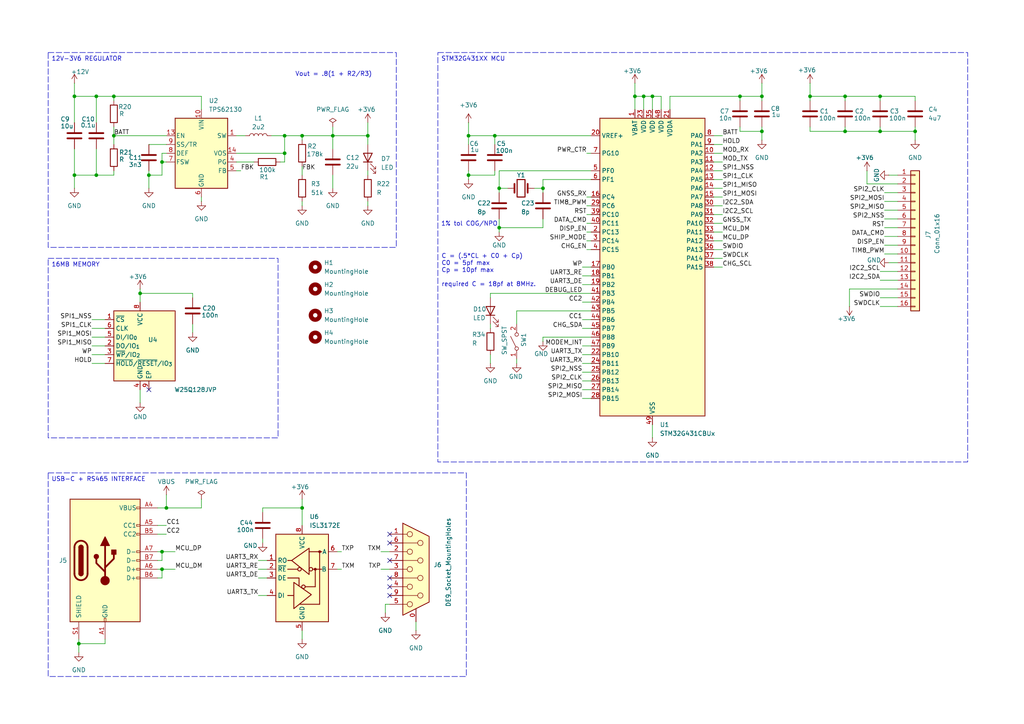
<source format=kicad_sch>
(kicad_sch (version 20250114) (generator "eeschema") (generator_version "9.0")
  (paper "A4")
  (title_block (title "SOIL MEASURE") (date "25/07/2025") (rev "1.0.0") (company "ECOFY") (comment 1 "Design: Abdulrahman S Jafari"))
  (text "C = (.5*CL + C0 + Cp)\nC0 = 5pf max\nCp = 10pf max\n\nrequired C = 18pf at 8MHz." (at 128.016 78.486 0) (effects (font (size 1.27 1.27)) (justify left)))
  (text "Vout = .8(1 + R2/R3)" (at 96.774 21.59 0) (effects (font (size 1.27 1.27))))
  (text "1% tol COG/NPO" (at 136.144 65.024 0) (effects (font (size 1.27 1.27))))
  (text_box "12V-3V6 REGULATOR" (at 13.97 15.24 0) (size 100.965 56.515) (margins 0.9525 0.9525 0.9525 0.9525) (stroke (width 0) (type dash)) (effects (font (size 1.27 1.27)) (justify left top)))
  (text_box "16MB MEMORY" (at 13.97 74.93 0) (size 66.675 52.07) (margins 0.9525 0.9525 0.9525 0.9525) (stroke (width 0) (type dash)) (effects (font (size 1.27 1.27)) (justify left top)))
  (text_box "USB-C + RS465 INTERFACE" (at 13.97 137.16 0) (size 121.285 59.055) (margins 0.9525 0.9525 0.9525 0.9525) (stroke (width 0) (type dash)) (effects (font (size 1.27 1.27)) (justify left top)))
  (text_box "STM32G431XX MCU" (at 127 15.24 0) (size 153.67 118.745) (margins 0.9525 0.9525 0.9525 0.9525) (stroke (width 0) (type dash)) (effects (font (size 1.27 1.27)) (justify left top)))
  (junction (at 245.11 38.1))
  (junction (at 186.69 27.94))
  (junction (at 184.15 27.94))
  (junction (at 27.94 50.8))
  (junction (at 143.51 39.37))
  (junction (at 48.26 147.32))
  (junction (at 214.63 27.94))
  (junction (at 46.99 46.99))
  (junction (at 255.27 27.94))
  (junction (at 46.99 165.1))
  (junction (at 189.23 27.94))
  (junction (at 265.43 38.1))
  (junction (at 135.89 50.8))
  (junction (at 255.27 38.1))
  (junction (at 106.68 39.37))
  (junction (at 144.78 66.04))
  (junction (at 33.02 39.37))
  (junction (at 220.98 38.1))
  (junction (at 82.55 39.37))
  (junction (at 22.86 186.69))
  (junction (at 40.64 85.09))
  (junction (at 21.59 27.94))
  (junction (at 245.11 27.94))
  (junction (at 82.55 44.45))
  (junction (at 144.78 54.61))
  (junction (at 27.94 27.94))
  (junction (at 46.99 160.02))
  (junction (at 21.59 50.8))
  (junction (at 135.89 39.37))
  (junction (at 87.63 39.37))
  (junction (at 87.63 147.32))
  (junction (at 157.48 54.61))
  (junction (at 43.18 50.8))
  (junction (at 220.98 27.94))
  (junction (at 234.95 27.94))
  (junction (at 96.52 39.37))
  (junction (at 33.02 27.94))
  (no_connect (at 113.03 162.56))
  (no_connect (at 113.03 167.64))
  (no_connect (at 113.03 157.48))
  (no_connect (at 113.03 170.18))
  (no_connect (at 113.03 154.94))
  (no_connect (at 113.03 172.72))
  (no_connect (at 43.18 113.03))
  (wire (pts (xy 87.63 147.32) (xy 87.63 152.4)))
  (wire (pts (xy 26.67 102.87) (xy 30.48 102.87)))
  (wire (pts (xy 184.15 27.94) (xy 186.69 27.94)))
  (wire (pts (xy 74.93 165.1) (xy 77.47 165.1)))
  (wire (pts (xy 58.42 147.32) (xy 48.26 147.32)))
  (wire (pts (xy 43.18 41.91) (xy 48.26 41.91)))
  (wire (pts (xy 265.43 29.21) (xy 265.43 27.94)))
  (wire (pts (xy 21.59 50.8) (xy 21.59 54.61)))
  (wire (pts (xy 45.72 154.94) (xy 48.26 154.94)))
  (wire (pts (xy 214.63 38.1) (xy 214.63 36.83)))
  (wire (pts (xy 168.91 95.25) (xy 171.45 95.25)))
  (wire (pts (xy 265.43 40.64) (xy 265.43 38.1)))
  (wire (pts (xy 76.2 148.59) (xy 76.2 147.32)))
  (wire (pts (xy 111.76 175.26) (xy 111.76 177.8)))
  (wire (pts (xy 142.24 93.98) (xy 142.24 95.25)))
  (wire (pts (xy 82.55 39.37) (xy 82.55 44.45)))
  (wire (pts (xy 220.98 38.1) (xy 214.63 38.1)))
  (wire (pts (xy 46.99 167.64) (xy 46.99 165.1)))
  (wire (pts (xy 234.95 27.94) (xy 245.11 27.94)))
  (wire (pts (xy 144.78 49.53) (xy 171.45 49.53)))
  (wire (pts (xy 251.46 53.34) (xy 260.35 53.34)))
  (wire (pts (xy 97.79 165.1) (xy 99.06 165.1)))
  (wire (pts (xy 113.03 175.26) (xy 111.76 175.26)))
  (wire (pts (xy 149.86 104.14) (xy 149.86 105.41)))
  (wire (pts (xy 256.54 58.42) (xy 260.35 58.42)))
  (wire (pts (xy 157.48 54.61) (xy 157.48 55.88)))
  (wire (pts (xy 257.81 50.8) (xy 260.35 50.8)))
  (wire (pts (xy 33.02 39.37) (xy 33.02 41.91)))
  (wire (pts (xy 209.55 44.45) (xy 207.01 44.45)))
  (wire (pts (xy 97.79 228.6) (xy 100.33 228.6)))
  (wire (pts (xy 21.59 50.8) (xy 27.94 50.8)))
  (wire (pts (xy 74.93 167.64) (xy 77.47 167.64)))
  (wire (pts (xy 168.91 110.49) (xy 171.45 110.49)))
  (wire (pts (xy 48.26 46.99) (xy 46.99 46.99)))
  (wire (pts (xy 157.48 63.5) (xy 157.48 66.04)))
  (wire (pts (xy 46.99 50.8) (xy 43.18 50.8)))
  (wire (pts (xy 87.63 39.37) (xy 87.63 40.64)))
  (wire (pts (xy 234.95 38.1) (xy 245.11 38.1)))
  (wire (pts (xy 207.01 59.69) (xy 209.55 59.69)))
  (wire (pts (xy 26.67 100.33) (xy 30.48 100.33)))
  (wire (pts (xy 40.64 85.09) (xy 40.64 87.63)))
  (wire (pts (xy 58.42 57.15) (xy 58.42 58.42)))
  (wire (pts (xy 97.79 223.52) (xy 100.33 223.52)))
  (wire (pts (xy 170.18 64.77) (xy 171.45 64.77)))
  (wire (pts (xy 214.63 27.94) (xy 220.98 27.94)))
  (wire (pts (xy 21.59 27.94) (xy 27.94 27.94)))
  (wire (pts (xy 45.72 162.56) (xy 46.99 162.56)))
  (wire (pts (xy 142.24 85.09) (xy 142.24 86.36)))
  (wire (pts (xy 170.18 67.31) (xy 171.45 67.31)))
  (wire (pts (xy 255.27 38.1) (xy 265.43 38.1)))
  (wire (pts (xy 46.99 160.02) (xy 46.99 162.56)))
  (wire (pts (xy 189.23 31.75) (xy 189.23 27.94)))
  (wire (pts (xy 40.64 229.87) (xy 41.91 229.87)))
  (wire (pts (xy 157.48 97.79) (xy 171.45 97.79)))
  (wire (pts (xy 245.11 27.94) (xy 245.11 29.21)))
  (wire (pts (xy 40.64 83.82) (xy 40.64 85.09)))
  (wire (pts (xy 207.01 67.31) (xy 209.55 67.31)))
  (wire (pts (xy 157.48 52.07) (xy 157.48 54.61)))
  (wire (pts (xy 189.23 27.94) (xy 191.77 27.94)))
  (wire (pts (xy 168.91 113.03) (xy 171.45 113.03)))
  (wire (pts (xy 171.45 39.37) (xy 143.51 39.37)))
  (wire (pts (xy 245.11 36.83) (xy 245.11 38.1)))
  (wire (pts (xy 171.45 85.09) (xy 142.24 85.09)))
  (wire (pts (xy 220.98 27.94) (xy 220.98 29.21)))
  (wire (pts (xy 45.72 167.64) (xy 46.99 167.64)))
  (wire (pts (xy 171.45 90.17) (xy 149.86 90.17)))
  (wire (pts (xy 97.79 232.41) (xy 100.33 232.41)))
  (wire (pts (xy 43.18 50.8) (xy 43.18 54.61)))
  (wire (pts (xy 30.48 185.42) (xy 30.48 186.69)))
  (wire (pts (xy 43.18 49.53) (xy 43.18 50.8)))
  (wire (pts (xy 40.64 113.03) (xy 40.64 116.84)))
  (wire (pts (xy 168.91 92.71) (xy 171.45 92.71)))
  (wire (pts (xy 209.55 46.99) (xy 207.01 46.99)))
  (wire (pts (xy 157.48 66.04) (xy 144.78 66.04)))
  (wire (pts (xy 168.91 107.95) (xy 171.45 107.95)))
  (wire (pts (xy 74.93 162.56) (xy 77.47 162.56)))
  (wire (pts (xy 234.95 36.83) (xy 234.95 38.1)))
  (wire (pts (xy 186.69 27.94) (xy 186.69 31.75)))
  (wire (pts (xy 33.02 27.94) (xy 33.02 29.21)))
  (wire (pts (xy 246.38 83.82) (xy 260.35 83.82)))
  (wire (pts (xy 207.01 74.93) (xy 209.55 74.93)))
  (wire (pts (xy 82.55 46.99) (xy 82.55 44.45)))
  (wire (pts (xy 69.85 49.53) (xy 68.58 49.53)))
  (wire (pts (xy 170.18 44.45) (xy 171.45 44.45)))
  (wire (pts (xy 26.67 105.41) (xy 30.48 105.41)))
  (wire (pts (xy 168.91 100.33) (xy 171.45 100.33)))
  (wire (pts (xy 135.89 49.53) (xy 135.89 50.8)))
  (wire (pts (xy 209.55 49.53) (xy 207.01 49.53)))
  (wire (pts (xy 55.88 93.98) (xy 55.88 96.52)))
  (wire (pts (xy 255.27 29.21) (xy 255.27 27.94)))
  (wire (pts (xy 256.54 73.66) (xy 260.35 73.66)))
  (wire (pts (xy 255.27 78.74) (xy 260.35 78.74)))
  (wire (pts (xy 46.99 44.45) (xy 46.99 46.99)))
  (wire (pts (xy 135.89 50.8) (xy 143.51 50.8)))
  (wire (pts (xy 33.02 27.94) (xy 58.42 27.94)))
  (wire (pts (xy 170.18 62.23) (xy 171.45 62.23)))
  (wire (pts (xy 135.89 35.56) (xy 135.89 39.37)))
  (wire (pts (xy 33.02 49.53) (xy 33.02 50.8)))
  (wire (pts (xy 154.94 54.61) (xy 157.48 54.61)))
  (wire (pts (xy 207.01 77.47) (xy 209.55 77.47)))
  (wire (pts (xy 207.01 72.39) (xy 209.55 72.39)))
  (wire (pts (xy 256.54 71.12) (xy 260.35 71.12)))
  (wire (pts (xy 78.74 39.37) (xy 82.55 39.37)))
  (wire (pts (xy 96.52 50.8) (xy 96.52 54.61)))
  (wire (pts (xy 209.55 64.77) (xy 207.01 64.77)))
  (wire (pts (xy 48.26 44.45) (xy 46.99 44.45)))
  (wire (pts (xy 142.24 102.87) (xy 142.24 105.41)))
  (wire (pts (xy 168.91 87.63) (xy 171.45 87.63)))
  (wire (pts (xy 191.77 27.94) (xy 191.77 31.75)))
  (wire (pts (xy 120.65 180.34) (xy 120.65 182.88)))
  (wire (pts (xy 209.55 39.37) (xy 207.01 39.37)))
  (wire (pts (xy 87.63 182.88) (xy 87.63 185.42)))
  (wire (pts (xy 168.91 102.87) (xy 171.45 102.87)))
  (wire (pts (xy 144.78 54.61) (xy 144.78 55.88)))
  (wire (pts (xy 209.55 52.07) (xy 207.01 52.07)))
  (wire (pts (xy 255.27 88.9) (xy 260.35 88.9)))
  (wire (pts (xy 76.2 147.32) (xy 87.63 147.32)))
  (wire (pts (xy 157.48 99.06) (xy 157.48 97.79)))
  (wire (pts (xy 135.89 50.8) (xy 135.89 52.07)))
  (wire (pts (xy 189.23 27.94) (xy 186.69 27.94)))
  (wire (pts (xy 170.18 69.85) (xy 171.45 69.85)))
  (wire (pts (xy 45.72 152.4) (xy 48.26 152.4)))
  (wire (pts (xy 157.48 52.07) (xy 171.45 52.07)))
  (wire (pts (xy 144.78 49.53) (xy 144.78 54.61)))
  (wire (pts (xy 96.52 39.37) (xy 106.68 39.37)))
  (wire (pts (xy 40.64 222.25) (xy 41.91 222.25)))
  (wire (pts (xy 256.54 66.04) (xy 260.35 66.04)))
  (wire (pts (xy 106.68 49.53) (xy 106.68 50.8)))
  (wire (pts (xy 149.86 90.17) (xy 149.86 93.98)))
  (wire (pts (xy 194.31 31.75) (xy 194.31 27.94)))
  (wire (pts (xy 207.01 41.91) (xy 209.55 41.91)))
  (wire (pts (xy 168.91 82.55) (xy 171.45 82.55)))
  (wire (pts (xy 40.64 233.68) (xy 41.91 233.68)))
  (wire (pts (xy 46.99 165.1) (xy 50.8 165.1)))
  (wire (pts (xy 26.67 92.71) (xy 30.48 92.71)))
  (wire (pts (xy 27.94 27.94) (xy 27.94 35.56)))
  (wire (pts (xy 245.11 27.94) (xy 255.27 27.94)))
  (wire (pts (xy 40.64 237.49) (xy 41.91 237.49)))
  (wire (pts (xy 96.52 39.37) (xy 96.52 43.18)))
  (wire (pts (xy 97.79 160.02) (xy 99.06 160.02)))
  (wire (pts (xy 168.91 77.47) (xy 171.45 77.47)))
  (wire (pts (xy 68.58 39.37) (xy 71.12 39.37)))
  (wire (pts (xy 220.98 38.1) (xy 220.98 40.64)))
  (wire (pts (xy 58.42 27.94) (xy 58.42 31.75)))
  (wire (pts (xy 106.68 39.37) (xy 106.68 41.91)))
  (wire (pts (xy 207.01 69.85) (xy 209.55 69.85)))
  (wire (pts (xy 168.91 80.01) (xy 171.45 80.01)))
  (wire (pts (xy 74.93 172.72) (xy 77.47 172.72)))
  (wire (pts (xy 76.2 157.48) (xy 76.2 156.21)))
  (wire (pts (xy 234.95 24.13) (xy 234.95 27.94)))
  (wire (pts (xy 143.51 50.8) (xy 143.51 49.53)))
  (wire (pts (xy 87.63 144.78) (xy 87.63 147.32)))
  (wire (pts (xy 45.72 147.32) (xy 48.26 147.32)))
  (wire (pts (xy 209.55 54.61) (xy 207.01 54.61)))
  (wire (pts (xy 257.81 76.2) (xy 260.35 76.2)))
  (wire (pts (xy 220.98 24.13) (xy 220.98 27.94)))
  (wire (pts (xy 144.78 54.61) (xy 147.32 54.61)))
  (wire (pts (xy 27.94 50.8) (xy 33.02 50.8)))
  (wire (pts (xy 26.67 95.25) (xy 30.48 95.25)))
  (wire (pts (xy 256.54 55.88) (xy 260.35 55.88)))
  (wire (pts (xy 184.15 24.13) (xy 184.15 27.94)))
  (wire (pts (xy 40.64 218.44) (xy 41.91 218.44)))
  (wire (pts (xy 55.88 85.09) (xy 40.64 85.09)))
  (wire (pts (xy 45.72 165.1) (xy 46.99 165.1)))
  (wire (pts (xy 135.89 39.37) (xy 135.89 41.91)))
  (wire (pts (xy 40.64 226.06) (xy 41.91 226.06)))
  (wire (pts (xy 68.58 46.99) (xy 73.66 46.99)))
  (wire (pts (xy 82.55 44.45) (xy 68.58 44.45)))
  (wire (pts (xy 110.49 160.02) (xy 113.03 160.02)))
  (wire (pts (xy 255.27 36.83) (xy 255.27 38.1)))
  (wire (pts (xy 55.88 86.36) (xy 55.88 85.09)))
  (wire (pts (xy 168.91 115.57) (xy 171.45 115.57)))
  (wire (pts (xy 21.59 43.18) (xy 21.59 50.8)))
  (wire (pts (xy 255.27 81.28) (xy 260.35 81.28)))
  (wire (pts (xy 21.59 27.94) (xy 21.59 35.56)))
  (wire (pts (xy 45.72 160.02) (xy 46.99 160.02)))
  (wire (pts (xy 97.79 218.44) (xy 100.33 218.44)))
  (wire (pts (xy 26.67 97.79) (xy 30.48 97.79)))
  (wire (pts (xy 21.59 24.13) (xy 21.59 27.94)))
  (wire (pts (xy 144.78 63.5) (xy 144.78 66.04)))
  (wire (pts (xy 256.54 63.5) (xy 260.35 63.5)))
  (wire (pts (xy 170.18 59.69) (xy 171.45 59.69)))
  (wire (pts (xy 81.28 46.99) (xy 82.55 46.99)))
  (wire (pts (xy 234.95 27.94) (xy 234.95 29.21)))
  (wire (pts (xy 256.54 68.58) (xy 260.35 68.58)))
  (wire (pts (xy 87.63 48.26) (xy 87.63 50.8)))
  (wire (pts (xy 255.27 86.36) (xy 260.35 86.36)))
  (wire (pts (xy 22.86 185.42) (xy 22.86 186.69)))
  (wire (pts (xy 82.55 39.37) (xy 87.63 39.37)))
  (wire (pts (xy 189.23 123.19) (xy 189.23 127)))
  (wire (pts (xy 96.52 36.83) (xy 96.52 39.37)))
  (wire (pts (xy 27.94 27.94) (xy 33.02 27.94)))
  (wire (pts (xy 106.68 58.42) (xy 106.68 59.69)))
  (wire (pts (xy 255.27 27.94) (xy 265.43 27.94)))
  (wire (pts (xy 106.68 35.56) (xy 106.68 39.37)))
  (wire (pts (xy 22.86 186.69) (xy 30.48 186.69)))
  (wire (pts (xy 48.26 147.32) (xy 48.26 143.51)))
  (wire (pts (xy 143.51 41.91) (xy 143.51 39.37)))
  (wire (pts (xy 48.26 39.37) (xy 33.02 39.37)))
  (wire (pts (xy 22.86 186.69) (xy 22.86 189.23)))
  (wire (pts (xy 46.99 160.02) (xy 50.8 160.02)))
  (wire (pts (xy 135.89 39.37) (xy 143.51 39.37)))
  (wire (pts (xy 33.02 36.83) (xy 33.02 39.37)))
  (wire (pts (xy 207.01 62.23) (xy 209.55 62.23)))
  (wire (pts (xy 168.91 105.41) (xy 171.45 105.41)))
  (wire (pts (xy 58.42 144.78) (xy 58.42 147.32)))
  (wire (pts (xy 170.18 57.15) (xy 171.45 57.15)))
  (wire (pts (xy 246.38 88.9) (xy 246.38 83.82)))
  (wire (pts (xy 96.52 39.37) (xy 87.63 39.37)))
  (wire (pts (xy 220.98 36.83) (xy 220.98 38.1)))
  (wire (pts (xy 27.94 43.18) (xy 27.94 50.8)))
  (wire (pts (xy 110.49 165.1) (xy 113.03 165.1)))
  (wire (pts (xy 87.63 58.42) (xy 87.63 59.69)))
  (wire (pts (xy 214.63 29.21) (xy 214.63 27.94)))
  (wire (pts (xy 256.54 60.96) (xy 260.35 60.96)))
  (wire (pts (xy 144.78 66.04) (xy 144.78 67.31)))
  (wire (pts (xy 170.18 72.39) (xy 171.45 72.39)))
  (wire (pts (xy 245.11 38.1) (xy 255.27 38.1)))
  (wire (pts (xy 184.15 27.94) (xy 184.15 31.75)))
  (wire (pts (xy 209.55 57.15) (xy 207.01 57.15)))
  (wire (pts (xy 251.46 49.53) (xy 251.46 53.34)))
  (wire (pts (xy 46.99 46.99) (xy 46.99 50.8)))
  (wire (pts (xy 194.31 27.94) (xy 214.63 27.94)))
  (wire (pts (xy 265.43 38.1) (xy 265.43 36.83)))
  (label "SPI2_MISO" (at 168.91 113.03 180))
  (label "UART3_DE" (at 168.91 82.55 180))
  (label "CHG_SCL" (at 209.55 77.47 0))
  (label "SWDIO" (at 255.27 86.36 180))
  (label "UART3_RE" (at 74.93 165.1 180))
  (label "CC1" (at 48.26 152.4 0))
  (label "MCU_DP" (at 209.55 69.85 0))
  (label "SHIP_MODE" (at 170.18 69.85 180))
  (label "MCU_DM" (at 50.8 165.1 0))
  (label "TXP" (at 99.06 160.02 0))
  (label "RST" (at 170.18 62.23 180))
  (label "SPI1_MISO" (at 209.55 54.61 0))
  (label "SPI1_MOSI" (at 209.55 57.15 0))
  (label "SPI2_CLK" (at 168.91 110.49 180))
  (label "TXM" (at 110.49 160.02 180))
  (label "GNSS_TX" (at 41.91 222.25 0))
  (label "SPI2_NSS" (at 256.54 63.5 180))
  (label "HOLD" (at 26.67 105.41 180))
  (label "CHG_EN" (at 170.18 72.39 180))
  (label "SPI1_CLK" (at 209.55 52.07 0))
  (label "MODEM_INT" (at 168.91 100.33 180))
  (label "RST" (at 256.54 66.04 180))
  (label "DISP_EN" (at 256.54 71.12 180))
  (label "PWR_CTR" (at 170.18 44.45 180))
  (label "I2C2_SCL" (at 255.27 78.74 180))
  (label "CHG_SCL" (at 100.33 223.52 0))
  (label "TIM8_PWM" (at 170.18 59.69 180))
  (label "SWDIO" (at 209.55 72.39 0))
  (label "UART3_RX" (at 74.93 162.56 180))
  (label "SPI1_NSS" (at 209.55 49.53 0))
  (label "SPI2_MOSI" (at 256.54 58.42 180))
  (label "WP" (at 26.67 102.87 180))
  (label "BATT" (at 209.55 39.37 0))
  (label "WP" (at 168.91 77.47 180))
  (label "GNSS_TX" (at 209.55 64.77 0))
  (label "SPI1_MOSI" (at 26.67 97.79 180))
  (label "CC1" (at 168.91 92.71 180))
  (label "DATA_CMD" (at 170.18 64.77 180))
  (label "SPI2_MOSI" (at 168.91 115.57 180))
  (label "HOLD" (at 209.55 41.91 0))
  (label "GNSS_RX" (at 41.91 218.44 0))
  (label "PWR_CTR" (at 41.91 233.68 0))
  (label "MCU_DP" (at 50.8 160.02 0))
  (label "MCU_DM" (at 209.55 67.31 0))
  (label "SWDCLK" (at 255.27 88.9 180))
  (label "BATT" (at 33.02 39.37 0))
  (label "SPI2_MISO" (at 256.54 60.96 180))
  (label "UART3_RX" (at 168.91 105.41 180))
  (label "TXM" (at 99.06 165.1 0))
  (label "DATA_CMD" (at 256.54 68.58 180))
  (label "I2C2_SDA" (at 255.27 81.28 180))
  (label "UART3_TX" (at 74.93 172.72 180))
  (label "SPI1_NSS" (at 26.67 92.71 180))
  (label "MOD_RX" (at 41.91 226.06 0))
  (label "SPI2_NSS" (at 168.91 107.95 180))
  (label "MOD_TX" (at 209.55 46.99 0))
  (label "UART3_DE" (at 74.93 167.64 180))
  (label "CHG_SDA" (at 100.33 228.6 0))
  (label "FBK" (at 69.85 49.53 0))
  (label "GNSS_RX" (at 170.18 57.15 180))
  (label "SWDCLK" (at 209.55 74.93 0))
  (label "MODEM_INT" (at 41.91 237.49 0))
  (label "MOD_RX" (at 209.55 44.45 0))
  (label "CHG_EN" (at 100.33 218.44 0))
  (label "SPI1_MISO" (at 26.67 100.33 180))
  (label "UART3_RE" (at 168.91 80.01 180))
  (label "UART3_TX" (at 168.91 102.87 180))
  (label "TIM8_PWM" (at 256.54 73.66 180))
  (label "DEBUG_LED" (at 168.91 85.09 180))
  (label "TXP" (at 110.49 165.1 180))
  (label "CC2" (at 48.26 154.94 0))
  (label "FBK" (at 87.63 49.53 0))
  (label "CHG_SDA" (at 168.91 95.25 180))
  (label "SPI1_CLK" (at 26.67 95.25 180))
  (label "CC2" (at 168.91 87.63 180))
  (label "DISP_EN" (at 170.18 67.31 180))
  (label "I2C2_SCL" (at 209.55 62.23 0))
  (label "SPI2_CLK" (at 256.54 55.88 180))
  (label "I2C2_SDA" (at 209.55 59.69 0))
  (label "MOD_TX" (at 41.91 229.87 0))
  (label "SHIP_MODE" (at 100.33 232.41 0))
  (symbol (lib_id "Connector:USB_C_Receptacle_USB2.0_14P") (at 30.48 162.56 0) (unit 1)
    (property "Reference" "J5" (at 18.288 162.56 0))
    (property "Value" "USB_C_Receptacle_USB2.0_14P" (effects (hide yes)))
    (property "Footprint" "Connector_USB:USB_C_Receptacle_GCT_USB4105-xx-A_16P_TopMnt_Horizontal" (effects (hide yes)))
    (property "Datasheet" "https://www.usb.org/sites/default/files/documents/usb_type-c.zip" (effects (hide yes)))
    (property "Description" "USB 2.0-only 14P Type-C Receptacle connector" (effects (hide yes)))
  )
  (symbol (lib_id "Device:R") (at 87.63 54.61 0) (unit 1)
    (property "Reference" "R3" (at 90.17 53.3399 0) (effects (justify left)))
    (property "Value" "51k" (at 90.17 55.8799 0) (effects (justify left)))
    (property "Footprint" "Capacitor_SMD:C_0402_1005Metric" (effects (hide yes)))
    (property "Description" "Resistor" (effects (hide yes)))
  )
  (symbol (lib_id "power:GND") (at 144.78 67.31 0) (unit 1)
    (property "Reference" "#PWR049" (effects (hide yes)))
    (property "Value" "GND" (at 144.78 71.12 0))
    (property "Description" "Power symbol creates a global label with name \"GND\" , ground" (effects (hide yes)))
  )
  (symbol (lib_id "Device:C") (at 157.48 59.69 0) (unit 1)
    (property "Reference" "C23" (at 151.13 58.928 0) (effects (justify left)))
    (property "Value" "8p" (at 151.13 61.468 0) (effects (justify left)))
    (property "Footprint" "Capacitor_SMD:C_0402_1005Metric" (effects (hide yes)))
    (property "Description" "Unpolarized capacitor" (effects (hide yes)))
  )
  (symbol (lib_id "power:PWR_FLAG") (at 58.42 144.78 0) (unit 1)
    (property "Reference" "#FLG05" (effects (hide yes)))
    (property "Value" "PWR_FLAG" (at 58.42 139.7 0))
    (property "Description" "Special symbol for telling ERC where power comes from" (effects (hide yes)))
  )
  (symbol (lib_id "Connector:DE9_Socket_MountingHoles") (at 120.65 165.1 0) (unit 1)
    (property "Reference" "J6" (at 125.73 163.8299 0) (effects (justify left)))
    (property "Value" "DE9_Socket_MountingHoles" (at 130.048 176.022 90) (effects (justify left)))
    (property "Footprint" "Connector_Dsub:DSUB-9_Socket_Horizontal_P2.77x2.84mm_EdgePinOffset4.94mm_Housed_MountingHolesOffset4.94mm" (effects (hide yes)))
    (property "Description" "9-pin D-SUB connector, socket (female), Mounting Hole" (effects (hide yes)))
  )
  (symbol (lib_id "power:GND") (at 265.43 40.64 0) (unit 1)
    (property "Reference" "#PWR03" (effects (hide yes)))
    (property "Value" "GND" (at 265.43 45.72 0))
    (property "Description" "Power symbol creates a global label with name \"GND\" , ground" (effects (hide yes)))
  )
  (symbol (lib_id "power:PWR_FLAG") (at 96.52 36.83 0) (unit 1)
    (property "Reference" "#FLG01" (effects (hide yes)))
    (property "Value" "PWR_FLAG" (at 96.52 31.75 0))
    (property "Description" "Special symbol for telling ERC where power comes from" (effects (hide yes)))
  )
  (symbol (lib_id "Device:C") (at 55.88 90.17 0) (unit 1)
    (property "Reference" "C20" (at 58.674 89.408 0) (effects (justify left)))
    (property "Value" "100n" (at 58.42 91.44 0) (effects (justify left)))
    (property "Footprint" "Capacitor_SMD:C_0402_1005Metric" (effects (hide yes)))
    (property "Description" "Unpolarized capacitor" (effects (hide yes)))
  )
  (symbol (lib_id "Connector_Generic:Conn_01x16") (at 265.43 68.58 0) (unit 1)
    (property "Reference" "J7" (at 269.24 69.342 90) (effects (justify left)))
    (property "Value" "Conn_01x16" (at 271.78 73.66 90) (effects (justify left)))
    (property "Footprint" "Connector_JST:JST_PH_B16B-PH-K_1x16_P2.00mm_Vertical" (effects (hide yes)))
    (property "Description" "Generic connector, single row, 01x16, script generated (kicad-library-utils/schlib/autogen/connector/)" (effects (hide yes)))
  )
  (symbol (lib_id "power:+3V3") (at 87.63 144.78 0) (mirror y) (unit 1)
    (property "Reference" "#PWR088" (effects (hide yes)))
    (property "Value" "+3V6" (at 89.662 141.224 0) (effects (justify left)))
    (property "Description" "Power symbol creates a global label with name \"+3V3\"" (effects (hide yes)))
  )
  (symbol (lib_id "power:GND") (at 135.89 52.07 0) (unit 1)
    (property "Reference" "#PWR05" (effects (hide yes)))
    (property "Value" "GND" (at 135.89 57.15 0))
    (property "Description" "Power symbol creates a global label with name \"GND\" , ground" (effects (hide yes)))
  )
  (symbol (lib_id "Device:L") (at 74.93 39.37 90) (unit 1)
    (property "Reference" "L1" (at 74.93 34.29 90))
    (property "Value" "2u2" (at 74.93 36.83 90))
    (property "Footprint" "Inductor_SMD:L_APV_ANR3010" (effects (hide yes)))
    (property "Description" "Inductor" (effects (hide yes)))
  )
  (symbol (lib_id "Device:C") (at 255.27 33.02 0) (unit 1)
    (property "Reference" "C3" (at 258.064 32.258 0) (effects (justify left)))
    (property "Value" "100n" (at 257.81 34.29 0) (effects (justify left)))
    (property "Footprint" "Capacitor_SMD:C_0402_1005Metric" (effects (hide yes)))
    (property "Description" "Unpolarized capacitor" (effects (hide yes)))
  )
  (symbol (lib_id "Switch:SW_SPST") (at 149.86 99.06 90) (unit 1)
    (property "Reference" "SW1" (at 151.892 96.52 0) (effects (justify right)))
    (property "Value" "SW_SPST" (at 146.304 94.488 0) (effects (justify right)))
    (property "Footprint" "Button_Switch_SMD:SW_SPST_PTS647_Sx38" (effects (hide yes)))
    (property "Description" "Single Pole Single Throw (SPST) switch" (effects (hide yes)))
  )
  (symbol (lib_id "Mechanical:MountingHole") (at 91.44 91.44 0) (unit 1) (in_bom no)
    (property "Reference" "H3" (at 93.98 90.1699 0) (effects (justify left)))
    (property "Value" "MountingHole" (at 93.98 92.7099 0) (effects (justify left)))
    (property "Footprint" "MountingHole:MountingHole_2.5mm_Pad_Via" (effects (hide yes)))
    (property "Description" "Mounting Hole without connection" (effects (hide yes)))
  )
  (symbol (lib_id "Device:C") (at 76.2 152.4 0) (mirror y) (unit 1)
    (property "Reference" "C44" (at 73.406 151.638 0) (effects (justify left)))
    (property "Value" "100n" (at 73.66 153.67 0) (effects (justify left)))
    (property "Footprint" "Capacitor_SMD:C_0402_1005Metric" (effects (hide yes)))
    (property "Description" "Unpolarized capacitor" (effects (hide yes)))
  )
  (symbol (lib_id "Mechanical:MountingHole") (at 91.44 83.82 0) (unit 1) (in_bom no)
    (property "Reference" "H2" (at 93.98 82.5499 0) (effects (justify left)))
    (property "Value" "MountingHole" (at 93.98 85.0899 0) (effects (justify left)))
    (property "Footprint" "MountingHole:MountingHole_2.5mm_Pad_Via" (effects (hide yes)))
    (property "Description" "Mounting Hole without connection" (effects (hide yes)))
  )
  (symbol (lib_id "Mechanical:MountingHole") (at 91.44 77.47 0) (unit 1) (in_bom no)
    (property "Reference" "H1" (at 93.98 76.1999 0) (effects (justify left)))
    (property "Value" "MountingHole" (at 93.98 78.7399 0) (effects (justify left)))
    (property "Footprint" "MountingHole:MountingHole_2.5mm_Pad_Via" (effects (hide yes)))
    (property "Description" "Mounting Hole without connection" (effects (hide yes)))
  )
  (symbol (lib_id "power:+3V3") (at 40.64 83.82 0) (unit 1)
    (property "Reference" "#PWR014" (effects (hide yes)))
    (property "Value" "+3V6" (at 37.338 80.264 0) (effects (justify left)))
    (property "Description" "Power symbol creates a global label with name \"+3V3\"" (effects (hide yes)))
  )
  (symbol (lib_id "MCU_ST_STM32G4:STM32G431CBUx") (at 189.23 77.47 0) (unit 1)
    (property "Reference" "U1" (at 191.3733 123.19 0) (effects (justify left)))
    (property "Value" "STM32G431CBUx" (at 191.3733 125.73 0) (effects (justify left)))
    (property "Footprint" "Package_DFN_QFN:QFN-48-1EP_7x7mm_P0.5mm_EP5.6x5.6mm" (effects (hide yes)))
    (property "Datasheet" "https://www.st.com/resource/en/datasheet/stm32g431cb.pdf" (effects (hide yes)))
    (property "Description" "STMicroelectronics Arm Cortex-M4 MCU, 128KB flash, 32KB RAM, 170 MHz, 1.71-3.6V, 42 GPIO, UFQFPN48" (effects (hide yes)))
  )
  (symbol (lib_id "power:GND") (at 21.59 54.61 0) (unit 1)
    (property "Reference" "#PWR011" (effects (hide yes)))
    (property "Value" "GND" (at 21.59 59.69 0))
    (property "Description" "Power symbol creates a global label with name \"GND\" , ground" (effects (hide yes)))
  )
  (symbol (lib_id "Device:R") (at 142.24 99.06 0) (unit 1)
    (property "Reference" "R34" (at 136.906 97.028 0) (effects (justify left)))
    (property "Value" "R" (at 136.906 99.568 0) (effects (justify left)))
    (property "Footprint" "Resistor_SMD:R_0402_1005Metric" (effects (hide yes)))
    (property "Description" "Resistor" (effects (hide yes)))
  )
  (symbol (lib_id "power:GND") (at 157.48 99.06 0) (unit 1)
    (property "Reference" "#PWR077" (effects (hide yes)))
    (property "Value" "GND" (at 156.972 102.616 0))
    (property "Description" "Power symbol creates a global label with name \"GND\" , ground" (effects (hide yes)))
  )
  (symbol (lib_id "power:+3V3") (at 220.98 24.13 0) (unit 1)
    (property "Reference" "#PWR09" (effects (hide yes)))
    (property "Value" "+3V6" (at 217.424 20.574 0) (effects (justify left)))
    (property "Description" "Power symbol creates a global label with name \"+3V3\"" (effects (hide yes)))
  )
  (symbol (lib_id "Memory_Flash:W25Q128JVP") (at 40.64 100.33 0) (unit 1)
    (property "Reference" "U4" (at 42.926 98.552 0) (effects (justify left)))
    (property "Value" "W25Q128JVP" (at 50.546 113.03 0) (effects (justify left)))
    (property "Footprint" "Package_SON:WSON-8-1EP_6x5mm_P1.27mm_EP3.4x4.3mm" (effects (hide yes)))
    (property "Datasheet" "https://www.winbond.com/resource-files/w25q128jv_dtr%20revc%2003272018%20plus.pdf" (effects (hide yes)))
    (property "Description" "128Mbit / 16MiB Serial Flash Memory, Standard/Dual/Quad SPI, 2.7-3.6V, WSON-8" (effects (hide yes)))
  )
  (symbol (lib_id "power:+3V3") (at 251.46 49.53 0) (unit 1)
    (property "Reference" "#PWR081" (effects (hide yes)))
    (property "Value" "+3V6" (at 248.158 45.72 0) (effects (justify left)))
    (property "Description" "Power symbol creates a global label with name \"+3V3\"" (effects (hide yes)))
  )
  (symbol (lib_id "Device:C") (at 21.59 39.37 0) (unit 1)
    (property "Reference" "C9" (at 17.526 34.544 0) (effects (justify left)))
    (property "Value" "10u" (at 17.526 36.576 0) (effects (justify left)))
    (property "Footprint" "Capacitor_SMD:C_0603_1608Metric" (effects (hide yes)))
    (property "Description" "Unpolarized capacitor" (effects (hide yes)))
  )
  (symbol (lib_id "power:GND") (at 87.63 185.42 0) (mirror y) (unit 1)
    (property "Reference" "#PWR089" (effects (hide yes)))
    (property "Value" "GND" (at 87.63 190.5 0))
    (property "Description" "Power symbol creates a global label with name \"GND\" , ground" (effects (hide yes)))
  )
  (symbol (lib_id "Device:C") (at 234.95 33.02 0) (unit 1)
    (property "Reference" "C1" (at 237.744 32.258 0) (effects (justify left)))
    (property "Value" "100n" (at 237.49 34.29 0) (effects (justify left)))
    (property "Footprint" "Capacitor_SMD:C_0402_1005Metric" (effects (hide yes)))
    (property "Description" "Unpolarized capacitor" (effects (hide yes)))
  )
  (symbol (lib_id "power:GND") (at 106.68 59.69 0) (unit 1)
    (property "Reference" "#PWR052" (effects (hide yes)))
    (property "Value" "GND" (at 106.68 64.77 0))
    (property "Description" "Power symbol creates a global label with name \"GND\" , ground" (effects (hide yes)))
  )
  (symbol (lib_id "power:+12V") (at 21.59 24.13 0) (unit 1)
    (property "Reference" "#PWR010" (effects (hide yes)))
    (property "Value" "+12V" (at 20.574 20.828 0) (effects (justify left)))
    (property "Description" "Power symbol creates a global label with name \"+12V\"" (effects (hide yes)))
  )
  (symbol (lib_id "power:GND") (at 149.86 105.41 0) (unit 1)
    (property "Reference" "#PWR078" (effects (hide yes)))
    (property "Value" "GND" (at 149.606 109.22 0))
    (property "Description" "Power symbol creates a global label with name \"GND\" , ground" (effects (hide yes)))
  )
  (symbol (lib_id "Device:C") (at 265.43 33.02 0) (unit 1)
    (property "Reference" "C4" (at 269.24 31.7499 0) (effects (justify left)))
    (property "Value" "4u7" (at 269.24 34.2899 0) (effects (justify left)))
    (property "Footprint" "Capacitor_SMD:C_0402_1005Metric" (effects (hide yes)))
    (property "Description" "Unpolarized capacitor" (effects (hide yes)))
  )
  (symbol (lib_id "Device:C") (at 214.63 33.02 0) (unit 1)
    (property "Reference" "C7" (at 208.788 32.258 0) (effects (justify left)))
    (property "Value" "10n" (at 208.534 34.29 0) (effects (justify left)))
    (property "Footprint" "Capacitor_SMD:C_0402_1005Metric" (effects (hide yes)))
    (property "Description" "Unpolarized capacitor" (effects (hide yes)))
  )
  (symbol (lib_id "power:GND") (at 43.18 54.61 0) (unit 1)
    (property "Reference" "#PWR07" (effects (hide yes)))
    (property "Value" "GND" (at 43.18 59.69 0))
    (property "Description" "Power symbol creates a global label with name \"GND\" , ground" (effects (hide yes)))
  )
  (symbol (lib_id "power:+3V3") (at 234.95 24.13 0) (unit 1)
    (property "Reference" "#PWR04" (effects (hide yes)))
    (property "Value" "+3V6" (at 231.394 20.32 0) (effects (justify left)))
    (property "Description" "Power symbol creates a global label with name \"+3V3\"" (effects (hide yes)))
  )
  (symbol (lib_id "power:GND") (at 58.42 58.42 0) (unit 1)
    (property "Reference" "#PWR013" (effects (hide yes)))
    (property "Value" "GND" (at 58.42 63.5 0))
    (property "Description" "Power symbol creates a global label with name \"GND\" , ground" (effects (hide yes)))
  )
  (symbol (lib_id "power:+3V3") (at 106.68 35.56 0) (unit 1)
    (property "Reference" "#PWR019" (effects (hide yes)))
    (property "Value" "+3V6" (at 103.632 31.75 0) (effects (justify left)))
    (property "Description" "Power symbol creates a global label with name \"+3V3\"" (effects (hide yes)))
  )
  (symbol (lib_id "power:GND") (at 120.65 182.88 0) (unit 1)
    (property "Reference" "#PWR087" (effects (hide yes)))
    (property "Value" "GND" (at 120.65 187.96 0))
    (property "Description" "Power symbol creates a global label with name \"GND\" , ground" (effects (hide yes)))
  )
  (symbol (lib_id "power:GND") (at 22.86 189.23 0) (unit 1)
    (property "Reference" "#PWR050" (effects (hide yes)))
    (property "Value" "GND" (at 22.86 194.31 0))
    (property "Description" "Power symbol creates a global label with name \"GND\" , ground" (effects (hide yes)))
  )
  (symbol (lib_id "Device:C") (at 27.94 39.37 0) (unit 1)
    (property "Reference" "C10" (at 23.622 34.544 0) (effects (justify left)))
    (property "Value" "0.1u" (at 23.368 36.322 0) (effects (justify left)))
    (property "Footprint" "Capacitor_SMD:C_0402_1005Metric" (effects (hide yes)))
    (property "Description" "Unpolarized capacitor" (effects (hide yes)))
  )
  (symbol (lib_id "Device:C") (at 43.18 45.72 0) (unit 1)
    (property "Reference" "C11" (at 37.338 45.72 0) (effects (justify left)))
    (property "Value" "3n3" (at 37.338 47.752 0) (effects (justify left)))
    (property "Footprint" "Capacitor_SMD:C_0402_1005Metric" (effects (hide yes)))
    (property "Description" "Unpolarized capacitor" (effects (hide yes)))
  )
  (symbol (lib_id "Device:C") (at 143.51 45.72 0) (unit 1)
    (property "Reference" "C5" (at 144.018 41.656 0) (effects (justify left)))
    (property "Value" "100n" (at 143.764 43.688 0) (effects (justify left)))
    (property "Footprint" "Capacitor_SMD:C_0402_1005Metric" (effects (hide yes)))
    (property "Description" "Unpolarized capacitor" (effects (hide yes)))
  )
  (symbol (lib_id "Interface_UART:ISL3172E") (at 87.63 167.64 0) (unit 1)
    (property "Reference" "U6" (at 89.7733 149.86 0) (effects (justify left)))
    (property "Value" "ISL3172E" (at 89.7733 152.4 0) (effects (justify left)))
    (property "Footprint" "Package_SO:SOIC-8_3.9x4.9mm_P1.27mm" (effects (hide yes)))
    (property "Datasheet" "https://www.renesas.com/en/document/dst/isl3170e-isl3171e-isl3172e-isl3173e-isl3174e-isl3175e-isl3176e-isl3177e-isl3178e-datasheet" (effects (hide yes)))
    (property "Description" "250kbps, 3.3V RS-485 transceiver, ±15-kV IEC ESD protection, -7V..+12V common mode voltage, slew-rate limit, SO-8" (effects (hide yes)))
  )
  (symbol (lib_id "power:VBUS") (at 48.26 143.51 0) (unit 1)
    (property "Reference" "#PWR051" (effects (hide yes)))
    (property "Value" "VBUS" (at 48.26 139.7 0))
    (property "Description" "Power symbol creates a global label with name \"VBUS\"" (effects (hide yes)))
  )
  (symbol (lib_id "Device:R") (at 87.63 44.45 0) (unit 1)
    (property "Reference" "R2" (at 89.154 42.418 0) (effects (justify left)))
    (property "Value" "178k" (at 88.9 44.704 0) (effects (justify left)))
    (property "Footprint" "Capacitor_SMD:C_0402_1005Metric" (effects (hide yes)))
    (property "Description" "Resistor" (effects (hide yes)))
  )
  (symbol (lib_id "power:GND") (at 257.81 76.2 270) (unit 1)
    (property "Reference" "#PWR083" (effects (hide yes)))
    (property "Value" "GND" (at 253.492 75.438 90))
    (property "Description" "Power symbol creates a global label with name \"GND\" , ground" (effects (hide yes)))
  )
  (symbol (lib_id "Device:R") (at 77.47 46.99 90) (unit 1)
    (property "Reference" "R1" (at 77.978 51.308 90) (effects (justify left)))
    (property "Value" "100k" (at 80.01 49.276 90) (effects (justify left)))
    (property "Footprint" "Capacitor_SMD:C_0603_1608Metric" (effects (hide yes)))
    (property "Description" "Resistor" (effects (hide yes)))
  )
  (symbol (lib_id "Regulator_Switching:TPS62130") (at 58.42 44.45 0) (unit 1)
    (property "Reference" "U2" (at 60.5633 29.21 0) (effects (justify left)))
    (property "Value" "TPS62130" (at 60.5633 31.75 0) (effects (justify left)))
    (property "Footprint" "Package_DFN_QFN:VQFN-16-1EP_3x3mm_P0.5mm_EP1.68x1.68mm_ThermalVias" (effects (hide yes)))
    (property "Datasheet" "http://www.ti.com/lit/ds/symlink/tps62130.pdf" (effects (hide yes)))
    (property "Description" "3A Step-Down Converter with DCS-Control, Adjustable Output Voltage, 3-17V Input Voltage, QFN-16" (effects (hide yes)))
  )
  (symbol (lib_id "power:GND") (at 76.2 157.48 0) (unit 1)
    (property "Reference" "#PWR080" (effects (hide yes)))
    (property "Value" "GND" (at 72.644 158.242 0))
    (property "Description" "Power symbol creates a global label with name \"GND\" , ground" (effects (hide yes)))
  )
  (symbol (lib_id "power:GND") (at 40.64 116.84 0) (unit 1)
    (property "Reference" "#PWR017" (effects (hide yes)))
    (property "Value" "GND" (at 40.64 120.904 0))
    (property "Description" "Power symbol creates a global label with name \"GND\" , ground" (effects (hide yes)))
  )
  (symbol (lib_id "Device:C") (at 220.98 33.02 0) (mirror y) (unit 1)
    (property "Reference" "C8" (at 223.52 31.496 0) (effects (justify right)))
    (property "Value" "1u" (at 223.774 33.274 0) (effects (justify right)))
    (property "Footprint" "Capacitor_SMD:C_0402_1005Metric" (effects (hide yes)))
    (property "Description" "Unpolarized capacitor" (effects (hide yes)))
  )
  (symbol (lib_id "power:GND") (at 257.81 50.8 270) (unit 1)
    (property "Reference" "#PWR082" (effects (hide yes)))
    (property "Value" "GND" (at 254.254 50.8 0))
    (property "Description" "Power symbol creates a global label with name \"GND\" , ground" (effects (hide yes)))
  )
  (symbol (lib_id "Device:C") (at 144.78 59.69 0) (unit 1)
    (property "Reference" "C22" (at 138.43 58.928 0) (effects (justify left)))
    (property "Value" "8p" (at 138.43 61.468 0) (effects (justify left)))
    (property "Footprint" "Capacitor_SMD:C_0402_1005Metric" (effects (hide yes)))
    (property "Description" "Unpolarized capacitor" (effects (hide yes)))
  )
  (symbol (lib_id "Device:C") (at 245.11 33.02 0) (unit 1)
    (property "Reference" "C2" (at 247.904 32.258 0) (effects (justify left)))
    (property "Value" "100n" (at 247.65 34.29 0) (effects (justify left)))
    (property "Footprint" "Capacitor_SMD:C_0402_1005Metric" (effects (hide yes)))
    (property "Description" "Unpolarized capacitor" (effects (hide yes)))
  )
  (symbol (lib_id "power:+3V3") (at 184.15 24.13 0) (unit 1)
    (property "Reference" "#PWR02" (effects (hide yes)))
    (property "Value" "+3V6" (at 183.388 20.574 0))
    (property "Description" "Power symbol creates a global label with name \"+3V3\"" (effects (hide yes)))
  )
  (symbol (lib_id "power:GND") (at 96.52 54.61 0) (unit 1)
    (property "Reference" "#PWR012" (effects (hide yes)))
    (property "Value" "GND" (at 96.52 59.69 0))
    (property "Description" "Power symbol creates a global label with name \"GND\" , ground" (effects (hide yes)))
  )
  (symbol (lib_id "Device:R") (at 33.02 33.02 0) (unit 1)
    (property "Reference" "R20" (at 34.29 30.988 0) (effects (justify left)))
    (property "Value" "R" (at 34.544 33.02 0) (effects (justify left)))
    (property "Footprint" "Resistor_SMD:R_0402_1005Metric" (effects (hide yes)))
    (property "Description" "Resistor" (effects (hide yes)))
  )
  (symbol (lib_id "Device:LED") (at 106.68 45.72 90) (unit 1)
    (property "Reference" "D7" (at 110.49 46.0374 90) (effects (justify right)))
    (property "Value" "LED" (at 110.49 48.5774 90) (effects (justify right)))
    (property "Footprint" "LED_SMD:LED_0402_1005Metric" (effects (hide yes)))
    (property "Description" "Light emitting diode" (effects (hide yes)))
    (property "Sim.Pins" "1=K 2=A" (effects (hide yes)))
  )
  (symbol (lib_id "Mechanical:MountingHole") (at 91.44 97.79 0) (unit 1) (in_bom no)
    (property "Reference" "H4" (at 93.98 96.5199 0) (effects (justify left)))
    (property "Value" "MountingHole" (at 93.98 99.0599 0) (effects (justify left)))
    (property "Footprint" "MountingHole:MountingHole_2.5mm_Pad_Via" (effects (hide yes)))
    (property "Description" "Mounting Hole without connection" (effects (hide yes)))
  )
  (symbol (lib_id "Device:LED") (at 142.24 90.17 90) (unit 1)
    (property "Reference" "D10" (at 137.16 89.662 90) (effects (justify right)))
    (property "Value" "LED" (at 137.16 92.202 90) (effects (justify right)))
    (property "Footprint" "LED_SMD:LED_0402_1005Metric" (effects (hide yes)))
    (property "Description" "Light emitting diode" (effects (hide yes)))
    (property "Sim.Pins" "1=K 2=A" (effects (hide yes)))
  )
  (symbol (lib_id "Device:C") (at 135.89 45.72 0) (mirror y) (unit 1)
    (property "Reference" "C6" (at 136.144 41.656 0) (effects (justify right)))
    (property "Value" "1u" (at 136.398 43.434 0) (effects (justify right)))
    (property "Footprint" "Capacitor_SMD:C_0402_1005Metric" (effects (hide yes)))
    (property "Description" "Unpolarized capacitor" (effects (hide yes)))
  )
  (symbol (lib_id "power:GND") (at 111.76 177.8 0) (unit 1)
    (property "Reference" "#PWR086" (effects (hide yes)))
    (property "Value" "GND" (at 111.76 182.88 0))
    (property "Description" "Power symbol creates a global label with name \"GND\" , ground" (effects (hide yes)))
  )
  (symbol (lib_id "power:GND") (at 142.24 105.41 0) (unit 1)
    (property "Reference" "#PWR079" (effects (hide yes)))
    (property "Value" "GND" (at 142.24 110.49 0))
    (property "Description" "Power symbol creates a global label with name \"GND\" , ground" (effects (hide yes)))
  )
  (symbol (lib_id "Device:Crystal") (at 151.13 54.61 0) (unit 1)
    (property "Reference" "Y1" (at 151.13 50.8 0))
    (property "Value" "8MHz" (effects (hide yes)))
    (property "Footprint" "Crystal:Crystal_SMD_Abracon_ABM3B-4Pin_5.0x3.2mm" (effects (hide yes)))
    (property "Description" "Two pin crystal" (effects (hide yes)))
  )
  (symbol (lib_id "Device:C") (at 96.52 46.99 0) (unit 1)
    (property "Reference" "C12" (at 100.33 45.7199 0) (effects (justify left)))
    (property "Value" "22u" (at 100.33 48.2599 0) (effects (justify left)))
    (property "Footprint" "Capacitor_SMD:C_0805_2012Metric" (effects (hide yes)))
    (property "Description" "Unpolarized capacitor" (effects (hide yes)))
  )
  (symbol (lib_id "power:GND") (at 189.23 127 0) (unit 1)
    (property "Reference" "#PWR01" (effects (hide yes)))
    (property "Value" "GND" (at 189.23 132.08 0))
    (property "Description" "Power symbol creates a global label with name \"GND\" , ground" (effects (hide yes)))
  )
  (symbol (lib_id "power:GND") (at 87.63 59.69 0) (unit 1)
    (property "Reference" "#PWR015" (effects (hide yes)))
    (property "Value" "GND" (at 87.63 64.77 0))
    (property "Description" "Power symbol creates a global label with name \"GND\" , ground" (effects (hide yes)))
  )
  (symbol (lib_id "power:GND") (at 55.88 96.52 0) (unit 1)
    (property "Reference" "#PWR048" (effects (hide yes)))
    (property "Value" "GND" (at 55.88 101.6 0))
    (property "Description" "Power symbol creates a global label with name \"GND\" , ground" (effects (hide yes)))
  )
  (symbol (lib_id "power:+3V3") (at 246.38 88.9 180) (unit 1)
    (property "Reference" "#PWR084" (effects (hide yes)))
    (property "Value" "+3V6" (at 248.158 92.456 0) (effects (justify left)))
    (property "Description" "Power symbol creates a global label with name \"+3V3\"" (effects (hide yes)))
  )
  (symbol (lib_id "Device:R") (at 106.68 54.61 0) (unit 1)
    (property "Reference" "R22" (at 109.22 53.3399 0) (effects (justify left)))
    (property "Value" "R" (at 109.22 55.8799 0) (effects (justify left)))
    (property "Footprint" "Resistor_SMD:R_0402_1005Metric" (effects (hide yes)))
    (property "Description" "Resistor" (effects (hide yes)))
  )
  (symbol (lib_id "power:+3V3") (at 135.89 35.56 0) (unit 1)
    (property "Reference" "#PWR06" (effects (hide yes)))
    (property "Value" "+3V6" (at 135.89 30.48 0))
    (property "Description" "Power symbol creates a global label with name \"+3V3\"" (effects (hide yes)))
  )
  (symbol (lib_id "power:GND") (at 220.98 40.64 0) (unit 1)
    (property "Reference" "#PWR08" (effects (hide yes)))
    (property "Value" "GND" (at 220.98 45.72 0))
    (property "Description" "Power symbol creates a global label with name \"GND\" , ground" (effects (hide yes)))
  )
  (symbol (lib_id "Device:R") (at 33.02 45.72 0) (unit 1)
    (property "Reference" "R21" (at 34.544 44.196 0) (effects (justify left)))
    (property "Value" "R" (at 34.544 46.228 0) (effects (justify left)))
    (property "Footprint" "Resistor_SMD:R_0402_1005Metric" (effects (hide yes)))
    (property "Description" "Resistor" (effects (hide yes)))
  )
  (sheet (at 5.08 213.36) (size 35.56 40.64) (stroke (width 0.1524))
    (property "Sheetname" "cellular_interface" (at 5.08 212.6484 0) (effects (justify left bottom)))
    (property "Sheetfile" "modem.kicad_sch" (at 5.08 254.5846 0) (effects (justify left top)))
    (pin "GNSS_RX" output (at 40.64 218.44 0))
    (pin "GNSS_TX" input (at 40.64 222.25 0))
    (pin "MOD_RX" output (at 40.64 226.06 0))
    (pin "MOD_TX" input (at 40.64 229.87 0))
    (pin "PWR_CTR" input (at 40.64 233.68 0))
    (pin "MODEM_INT" output (at 40.64 237.49 0))
  )
  (sheet (at 60.452 213.36) (size 37.338 40.64) (stroke (width 0.1524))
    (property "Sheetname" "battery_charger" (at 60.452 212.6484 0) (effects (justify left bottom)))
    (property "Sheetfile" "charger.kicad_sch" (at 60.452 254.5846 0) (effects (justify left top)))
    (pin "CHG_EN" input (at 97.79 218.44 0))
    (pin "CHG_SCL" bidirectional (at 97.79 223.52 0))
    (pin "CHG_SDA" bidirectional (at 97.79 228.6 0))
    (pin "SHIP_MODE" input (at 97.79 232.41 0))
  )
)
</source>
